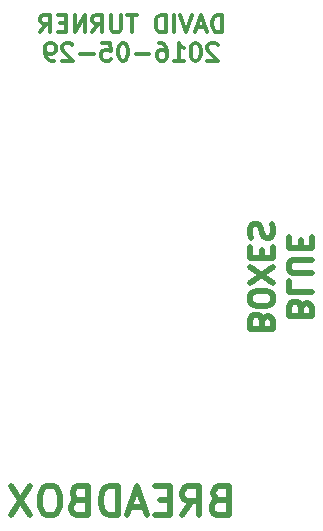
<source format=gbo>
G04 #@! TF.FileFunction,Legend,Bot*
%FSLAX46Y46*%
G04 Gerber Fmt 4.6, Leading zero omitted, Abs format (unit mm)*
G04 Created by KiCad (PCBNEW (2016-03-07 BZR 6612)-product) date Monday, 30 May 2016 'amt' 03:04:43*
%MOMM*%
G01*
G04 APERTURE LIST*
%ADD10C,0.100000*%
%ADD11C,0.500000*%
%ADD12C,0.300000*%
G04 APERTURE END LIST*
D10*
D11*
X89045810Y-93801429D02*
X88688667Y-93920476D01*
X88569619Y-94039524D01*
X88450571Y-94277619D01*
X88450571Y-94634762D01*
X88569619Y-94872857D01*
X88688667Y-94991905D01*
X88926762Y-95110952D01*
X89879143Y-95110952D01*
X89879143Y-92610952D01*
X89045810Y-92610952D01*
X88807714Y-92730000D01*
X88688667Y-92849048D01*
X88569619Y-93087143D01*
X88569619Y-93325238D01*
X88688667Y-93563333D01*
X88807714Y-93682381D01*
X89045810Y-93801429D01*
X89879143Y-93801429D01*
X85950571Y-95110952D02*
X86783905Y-93920476D01*
X87379143Y-95110952D02*
X87379143Y-92610952D01*
X86426762Y-92610952D01*
X86188667Y-92730000D01*
X86069619Y-92849048D01*
X85950571Y-93087143D01*
X85950571Y-93444286D01*
X86069619Y-93682381D01*
X86188667Y-93801429D01*
X86426762Y-93920476D01*
X87379143Y-93920476D01*
X84879143Y-93801429D02*
X84045810Y-93801429D01*
X83688667Y-95110952D02*
X84879143Y-95110952D01*
X84879143Y-92610952D01*
X83688667Y-92610952D01*
X82736286Y-94396667D02*
X81545809Y-94396667D01*
X82974381Y-95110952D02*
X82141047Y-92610952D01*
X81307714Y-95110952D01*
X80474381Y-95110952D02*
X80474381Y-92610952D01*
X79879143Y-92610952D01*
X79522000Y-92730000D01*
X79283905Y-92968095D01*
X79164857Y-93206190D01*
X79045809Y-93682381D01*
X79045809Y-94039524D01*
X79164857Y-94515714D01*
X79283905Y-94753810D01*
X79522000Y-94991905D01*
X79879143Y-95110952D01*
X80474381Y-95110952D01*
X77141048Y-93801429D02*
X76783905Y-93920476D01*
X76664857Y-94039524D01*
X76545809Y-94277619D01*
X76545809Y-94634762D01*
X76664857Y-94872857D01*
X76783905Y-94991905D01*
X77022000Y-95110952D01*
X77974381Y-95110952D01*
X77974381Y-92610952D01*
X77141048Y-92610952D01*
X76902952Y-92730000D01*
X76783905Y-92849048D01*
X76664857Y-93087143D01*
X76664857Y-93325238D01*
X76783905Y-93563333D01*
X76902952Y-93682381D01*
X77141048Y-93801429D01*
X77974381Y-93801429D01*
X74998190Y-92610952D02*
X74522000Y-92610952D01*
X74283905Y-92730000D01*
X74045809Y-92968095D01*
X73926762Y-93444286D01*
X73926762Y-94277619D01*
X74045809Y-94753810D01*
X74283905Y-94991905D01*
X74522000Y-95110952D01*
X74998190Y-95110952D01*
X75236286Y-94991905D01*
X75474381Y-94753810D01*
X75593429Y-94277619D01*
X75593429Y-93444286D01*
X75474381Y-92968095D01*
X75236286Y-92730000D01*
X74998190Y-92610952D01*
X73093428Y-92610952D02*
X71426761Y-95110952D01*
X71426761Y-92610952D02*
X73093428Y-95110952D01*
X96026857Y-77549048D02*
X95931619Y-77263334D01*
X95836381Y-77168095D01*
X95645905Y-77072857D01*
X95360190Y-77072857D01*
X95169714Y-77168095D01*
X95074476Y-77263334D01*
X94979238Y-77453810D01*
X94979238Y-78215715D01*
X96979238Y-78215715D01*
X96979238Y-77549048D01*
X96884000Y-77358572D01*
X96788762Y-77263334D01*
X96598286Y-77168095D01*
X96407810Y-77168095D01*
X96217333Y-77263334D01*
X96122095Y-77358572D01*
X96026857Y-77549048D01*
X96026857Y-78215715D01*
X94979238Y-75263334D02*
X94979238Y-76215715D01*
X96979238Y-76215715D01*
X96979238Y-74596667D02*
X95360190Y-74596667D01*
X95169714Y-74501428D01*
X95074476Y-74406190D01*
X94979238Y-74215714D01*
X94979238Y-73834762D01*
X95074476Y-73644286D01*
X95169714Y-73549047D01*
X95360190Y-73453809D01*
X96979238Y-73453809D01*
X96026857Y-72501429D02*
X96026857Y-71834762D01*
X94979238Y-71549048D02*
X94979238Y-72501429D01*
X96979238Y-72501429D01*
X96979238Y-71549048D01*
X92726857Y-78644286D02*
X92631619Y-78358572D01*
X92536381Y-78263333D01*
X92345905Y-78168095D01*
X92060190Y-78168095D01*
X91869714Y-78263333D01*
X91774476Y-78358572D01*
X91679238Y-78549048D01*
X91679238Y-79310953D01*
X93679238Y-79310953D01*
X93679238Y-78644286D01*
X93584000Y-78453810D01*
X93488762Y-78358572D01*
X93298286Y-78263333D01*
X93107810Y-78263333D01*
X92917333Y-78358572D01*
X92822095Y-78453810D01*
X92726857Y-78644286D01*
X92726857Y-79310953D01*
X93679238Y-76930000D02*
X93679238Y-76549048D01*
X93584000Y-76358572D01*
X93393524Y-76168095D01*
X93012571Y-76072857D01*
X92345905Y-76072857D01*
X91964952Y-76168095D01*
X91774476Y-76358572D01*
X91679238Y-76549048D01*
X91679238Y-76930000D01*
X91774476Y-77120476D01*
X91964952Y-77310953D01*
X92345905Y-77406191D01*
X93012571Y-77406191D01*
X93393524Y-77310953D01*
X93584000Y-77120476D01*
X93679238Y-76930000D01*
X93679238Y-75406191D02*
X91679238Y-74072857D01*
X93679238Y-74072857D02*
X91679238Y-75406191D01*
X92726857Y-73310953D02*
X92726857Y-72644286D01*
X91679238Y-72358572D02*
X91679238Y-73310953D01*
X93679238Y-73310953D01*
X93679238Y-72358572D01*
X91774476Y-71596667D02*
X91679238Y-71310952D01*
X91679238Y-70834762D01*
X91774476Y-70644286D01*
X91869714Y-70549048D01*
X92060190Y-70453809D01*
X92250667Y-70453809D01*
X92441143Y-70549048D01*
X92536381Y-70644286D01*
X92631619Y-70834762D01*
X92726857Y-71215714D01*
X92822095Y-71406190D01*
X92917333Y-71501429D01*
X93107810Y-71596667D01*
X93298286Y-71596667D01*
X93488762Y-71501429D01*
X93584000Y-71406190D01*
X93679238Y-71215714D01*
X93679238Y-70739524D01*
X93584000Y-70453809D01*
D12*
X89339571Y-54215571D02*
X89339571Y-52715571D01*
X88982428Y-52715571D01*
X88768143Y-52787000D01*
X88625285Y-52929857D01*
X88553857Y-53072714D01*
X88482428Y-53358429D01*
X88482428Y-53572714D01*
X88553857Y-53858429D01*
X88625285Y-54001286D01*
X88768143Y-54144143D01*
X88982428Y-54215571D01*
X89339571Y-54215571D01*
X87911000Y-53787000D02*
X87196714Y-53787000D01*
X88053857Y-54215571D02*
X87553857Y-52715571D01*
X87053857Y-54215571D01*
X86768143Y-52715571D02*
X86268143Y-54215571D01*
X85768143Y-52715571D01*
X85268143Y-54215571D02*
X85268143Y-52715571D01*
X84553857Y-54215571D02*
X84553857Y-52715571D01*
X84196714Y-52715571D01*
X83982429Y-52787000D01*
X83839571Y-52929857D01*
X83768143Y-53072714D01*
X83696714Y-53358429D01*
X83696714Y-53572714D01*
X83768143Y-53858429D01*
X83839571Y-54001286D01*
X83982429Y-54144143D01*
X84196714Y-54215571D01*
X84553857Y-54215571D01*
X82125286Y-52715571D02*
X81268143Y-52715571D01*
X81696714Y-54215571D02*
X81696714Y-52715571D01*
X80768143Y-52715571D02*
X80768143Y-53929857D01*
X80696715Y-54072714D01*
X80625286Y-54144143D01*
X80482429Y-54215571D01*
X80196715Y-54215571D01*
X80053857Y-54144143D01*
X79982429Y-54072714D01*
X79911000Y-53929857D01*
X79911000Y-52715571D01*
X78339571Y-54215571D02*
X78839571Y-53501286D01*
X79196714Y-54215571D02*
X79196714Y-52715571D01*
X78625286Y-52715571D01*
X78482428Y-52787000D01*
X78411000Y-52858429D01*
X78339571Y-53001286D01*
X78339571Y-53215571D01*
X78411000Y-53358429D01*
X78482428Y-53429857D01*
X78625286Y-53501286D01*
X79196714Y-53501286D01*
X77696714Y-54215571D02*
X77696714Y-52715571D01*
X76839571Y-54215571D01*
X76839571Y-52715571D01*
X76125285Y-53429857D02*
X75625285Y-53429857D01*
X75410999Y-54215571D02*
X76125285Y-54215571D01*
X76125285Y-52715571D01*
X75410999Y-52715571D01*
X73910999Y-54215571D02*
X74410999Y-53501286D01*
X74768142Y-54215571D02*
X74768142Y-52715571D01*
X74196714Y-52715571D01*
X74053856Y-52787000D01*
X73982428Y-52858429D01*
X73910999Y-53001286D01*
X73910999Y-53215571D01*
X73982428Y-53358429D01*
X74053856Y-53429857D01*
X74196714Y-53501286D01*
X74768142Y-53501286D01*
X88946713Y-55258429D02*
X88875284Y-55187000D01*
X88732427Y-55115571D01*
X88375284Y-55115571D01*
X88232427Y-55187000D01*
X88160998Y-55258429D01*
X88089570Y-55401286D01*
X88089570Y-55544143D01*
X88160998Y-55758429D01*
X89018141Y-56615571D01*
X88089570Y-56615571D01*
X87160999Y-55115571D02*
X87018142Y-55115571D01*
X86875285Y-55187000D01*
X86803856Y-55258429D01*
X86732427Y-55401286D01*
X86660999Y-55687000D01*
X86660999Y-56044143D01*
X86732427Y-56329857D01*
X86803856Y-56472714D01*
X86875285Y-56544143D01*
X87018142Y-56615571D01*
X87160999Y-56615571D01*
X87303856Y-56544143D01*
X87375285Y-56472714D01*
X87446713Y-56329857D01*
X87518142Y-56044143D01*
X87518142Y-55687000D01*
X87446713Y-55401286D01*
X87375285Y-55258429D01*
X87303856Y-55187000D01*
X87160999Y-55115571D01*
X85232428Y-56615571D02*
X86089571Y-56615571D01*
X85660999Y-56615571D02*
X85660999Y-55115571D01*
X85803856Y-55329857D01*
X85946714Y-55472714D01*
X86089571Y-55544143D01*
X83946714Y-55115571D02*
X84232428Y-55115571D01*
X84375285Y-55187000D01*
X84446714Y-55258429D01*
X84589571Y-55472714D01*
X84661000Y-55758429D01*
X84661000Y-56329857D01*
X84589571Y-56472714D01*
X84518143Y-56544143D01*
X84375285Y-56615571D01*
X84089571Y-56615571D01*
X83946714Y-56544143D01*
X83875285Y-56472714D01*
X83803857Y-56329857D01*
X83803857Y-55972714D01*
X83875285Y-55829857D01*
X83946714Y-55758429D01*
X84089571Y-55687000D01*
X84375285Y-55687000D01*
X84518143Y-55758429D01*
X84589571Y-55829857D01*
X84661000Y-55972714D01*
X83161000Y-56044143D02*
X82018143Y-56044143D01*
X81018143Y-55115571D02*
X80875286Y-55115571D01*
X80732429Y-55187000D01*
X80661000Y-55258429D01*
X80589571Y-55401286D01*
X80518143Y-55687000D01*
X80518143Y-56044143D01*
X80589571Y-56329857D01*
X80661000Y-56472714D01*
X80732429Y-56544143D01*
X80875286Y-56615571D01*
X81018143Y-56615571D01*
X81161000Y-56544143D01*
X81232429Y-56472714D01*
X81303857Y-56329857D01*
X81375286Y-56044143D01*
X81375286Y-55687000D01*
X81303857Y-55401286D01*
X81232429Y-55258429D01*
X81161000Y-55187000D01*
X81018143Y-55115571D01*
X79161000Y-55115571D02*
X79875286Y-55115571D01*
X79946715Y-55829857D01*
X79875286Y-55758429D01*
X79732429Y-55687000D01*
X79375286Y-55687000D01*
X79232429Y-55758429D01*
X79161000Y-55829857D01*
X79089572Y-55972714D01*
X79089572Y-56329857D01*
X79161000Y-56472714D01*
X79232429Y-56544143D01*
X79375286Y-56615571D01*
X79732429Y-56615571D01*
X79875286Y-56544143D01*
X79946715Y-56472714D01*
X78446715Y-56044143D02*
X77303858Y-56044143D01*
X76661001Y-55258429D02*
X76589572Y-55187000D01*
X76446715Y-55115571D01*
X76089572Y-55115571D01*
X75946715Y-55187000D01*
X75875286Y-55258429D01*
X75803858Y-55401286D01*
X75803858Y-55544143D01*
X75875286Y-55758429D01*
X76732429Y-56615571D01*
X75803858Y-56615571D01*
X75089573Y-56615571D02*
X74803858Y-56615571D01*
X74661001Y-56544143D01*
X74589573Y-56472714D01*
X74446715Y-56258429D01*
X74375287Y-55972714D01*
X74375287Y-55401286D01*
X74446715Y-55258429D01*
X74518144Y-55187000D01*
X74661001Y-55115571D01*
X74946715Y-55115571D01*
X75089573Y-55187000D01*
X75161001Y-55258429D01*
X75232430Y-55401286D01*
X75232430Y-55758429D01*
X75161001Y-55901286D01*
X75089573Y-55972714D01*
X74946715Y-56044143D01*
X74661001Y-56044143D01*
X74518144Y-55972714D01*
X74446715Y-55901286D01*
X74375287Y-55758429D01*
M02*

</source>
